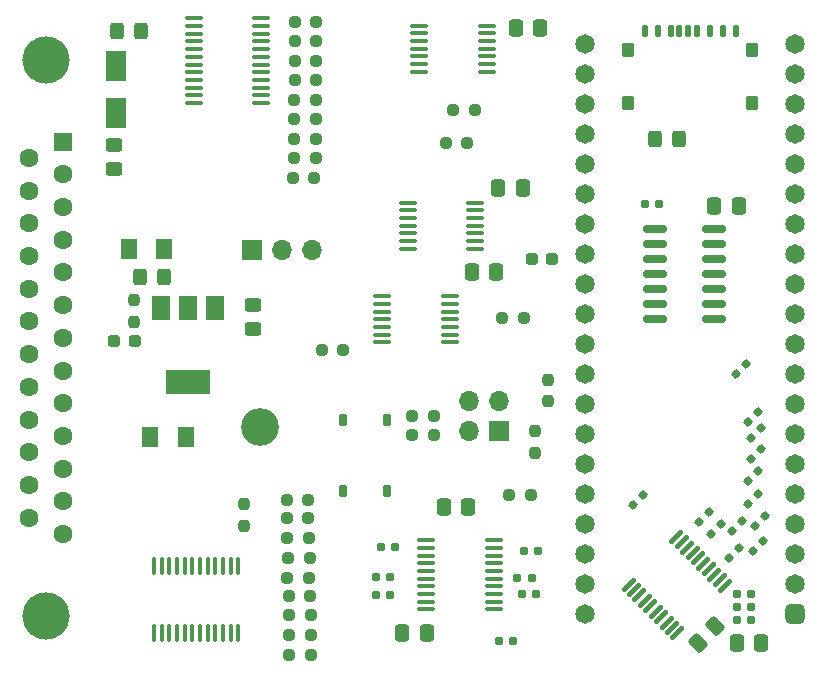
<source format=gbr>
%TF.GenerationSoftware,KiCad,Pcbnew,6.0.5-a6ca702e91~116~ubuntu21.10.1*%
%TF.CreationDate,2023-01-26T05:59:22-07:00*%
%TF.ProjectId,DB25_External,44423235-5f45-4787-9465-726e616c2e6b,rev?*%
%TF.SameCoordinates,Original*%
%TF.FileFunction,Soldermask,Top*%
%TF.FilePolarity,Negative*%
%FSLAX46Y46*%
G04 Gerber Fmt 4.6, Leading zero omitted, Abs format (unit mm)*
G04 Created by KiCad (PCBNEW 6.0.5-a6ca702e91~116~ubuntu21.10.1) date 2023-01-26 05:59:22*
%MOMM*%
%LPD*%
G01*
G04 APERTURE LIST*
G04 Aperture macros list*
%AMRoundRect*
0 Rectangle with rounded corners*
0 $1 Rounding radius*
0 $2 $3 $4 $5 $6 $7 $8 $9 X,Y pos of 4 corners*
0 Add a 4 corners polygon primitive as box body*
4,1,4,$2,$3,$4,$5,$6,$7,$8,$9,$2,$3,0*
0 Add four circle primitives for the rounded corners*
1,1,$1+$1,$2,$3*
1,1,$1+$1,$4,$5*
1,1,$1+$1,$6,$7*
1,1,$1+$1,$8,$9*
0 Add four rect primitives between the rounded corners*
20,1,$1+$1,$2,$3,$4,$5,0*
20,1,$1+$1,$4,$5,$6,$7,0*
20,1,$1+$1,$6,$7,$8,$9,0*
20,1,$1+$1,$8,$9,$2,$3,0*%
G04 Aperture macros list end*
%ADD10RoundRect,0.250001X0.462499X0.624999X-0.462499X0.624999X-0.462499X-0.624999X0.462499X-0.624999X0*%
%ADD11R,1.500000X2.000000*%
%ADD12R,3.800000X2.000000*%
%ADD13RoundRect,0.412500X0.412500X0.412500X-0.412500X0.412500X-0.412500X-0.412500X0.412500X-0.412500X0*%
%ADD14C,1.650000*%
%ADD15RoundRect,0.250000X0.325000X0.450000X-0.325000X0.450000X-0.325000X-0.450000X0.325000X-0.450000X0*%
%ADD16RoundRect,0.250000X0.450000X-0.325000X0.450000X0.325000X-0.450000X0.325000X-0.450000X-0.325000X0*%
%ADD17RoundRect,0.250000X-0.450000X0.325000X-0.450000X-0.325000X0.450000X-0.325000X0.450000X0.325000X0*%
%ADD18R,1.800000X2.500000*%
%ADD19R,1.700000X1.700000*%
%ADD20O,1.700000X1.700000*%
%ADD21RoundRect,0.160000X0.026517X0.252791X-0.252791X-0.026517X-0.026517X-0.252791X0.252791X0.026517X0*%
%ADD22RoundRect,0.100000X-0.100000X0.637500X-0.100000X-0.637500X0.100000X-0.637500X0.100000X0.637500X0*%
%ADD23RoundRect,0.160000X0.197500X0.160000X-0.197500X0.160000X-0.197500X-0.160000X0.197500X-0.160000X0*%
%ADD24RoundRect,0.237500X-0.250000X-0.237500X0.250000X-0.237500X0.250000X0.237500X-0.250000X0.237500X0*%
%ADD25RoundRect,0.237500X-0.287500X-0.237500X0.287500X-0.237500X0.287500X0.237500X-0.287500X0.237500X0*%
%ADD26RoundRect,0.250000X-0.337500X-0.475000X0.337500X-0.475000X0.337500X0.475000X-0.337500X0.475000X0*%
%ADD27RoundRect,0.237500X-0.237500X0.250000X-0.237500X-0.250000X0.237500X-0.250000X0.237500X0.250000X0*%
%ADD28RoundRect,0.100000X-0.637500X-0.100000X0.637500X-0.100000X0.637500X0.100000X-0.637500X0.100000X0*%
%ADD29RoundRect,0.250000X0.097227X-0.574524X0.574524X-0.097227X-0.097227X0.574524X-0.574524X0.097227X0*%
%ADD30RoundRect,0.100000X0.380070X0.521491X-0.521491X-0.380070X-0.380070X-0.521491X0.521491X0.380070X0*%
%ADD31RoundRect,0.160000X-0.197500X-0.160000X0.197500X-0.160000X0.197500X0.160000X-0.197500X0.160000X0*%
%ADD32RoundRect,0.250000X0.337500X0.475000X-0.337500X0.475000X-0.337500X-0.475000X0.337500X-0.475000X0*%
%ADD33RoundRect,0.150000X-0.825000X-0.150000X0.825000X-0.150000X0.825000X0.150000X-0.825000X0.150000X0*%
%ADD34RoundRect,0.237500X0.250000X0.237500X-0.250000X0.237500X-0.250000X-0.237500X0.250000X-0.237500X0*%
%ADD35RoundRect,0.237500X0.237500X-0.250000X0.237500X0.250000X-0.237500X0.250000X-0.237500X-0.250000X0*%
%ADD36C,3.200000*%
%ADD37RoundRect,0.125000X-0.125000X-0.415000X0.125000X-0.415000X0.125000X0.415000X-0.125000X0.415000X0*%
%ADD38RoundRect,0.262500X-0.262500X-0.337500X0.262500X-0.337500X0.262500X0.337500X-0.262500X0.337500X0*%
%ADD39RoundRect,0.187500X0.187500X-0.312500X0.187500X0.312500X-0.187500X0.312500X-0.187500X-0.312500X0*%
%ADD40C,4.000000*%
%ADD41R,1.600000X1.600000*%
%ADD42C,1.600000*%
%ADD43RoundRect,0.100000X0.637500X0.100000X-0.637500X0.100000X-0.637500X-0.100000X0.637500X-0.100000X0*%
G04 APERTURE END LIST*
D10*
%TO.C,C3*%
X116041500Y-93167200D03*
X113066500Y-93167200D03*
%TD*%
%TO.C,C4*%
X117870300Y-109118400D03*
X114895300Y-109118400D03*
%TD*%
D11*
%TO.C,U3*%
X120393220Y-98146920D03*
X118093220Y-98146920D03*
D12*
X118093220Y-104446920D03*
D11*
X115793220Y-98146920D03*
%TD*%
D13*
%TO.C,RP1*%
X169468800Y-124104400D03*
D14*
X169468800Y-121564400D03*
X169468800Y-119024400D03*
X169468800Y-116484400D03*
X169468800Y-113944400D03*
X169468800Y-111404400D03*
X169468800Y-108864400D03*
X169468800Y-106324400D03*
X169468800Y-103784400D03*
X169468800Y-101244400D03*
X169468800Y-98704400D03*
X169468800Y-96164400D03*
X169468800Y-93624400D03*
X169468800Y-91084400D03*
X169468800Y-88544400D03*
X169468800Y-86004400D03*
X169468800Y-83464400D03*
X169468800Y-80924400D03*
X169468800Y-78384400D03*
X169468800Y-75844400D03*
X151688800Y-75844400D03*
X151688800Y-78384400D03*
X151688800Y-80924400D03*
X151688800Y-83464400D03*
X151688800Y-86004400D03*
X151688800Y-88544400D03*
X151688800Y-91084400D03*
X151688800Y-93624400D03*
X151688800Y-96164400D03*
X151688800Y-98704400D03*
X151688800Y-101244400D03*
X151688800Y-103784400D03*
X151688800Y-106324400D03*
X151688800Y-108864400D03*
X151688800Y-111404400D03*
X151688800Y-113944400D03*
X151688800Y-116484400D03*
X151688800Y-119024400D03*
X151688800Y-121564400D03*
X151688800Y-124104400D03*
%TD*%
D15*
%TO.C,C2*%
X116078000Y-95554800D03*
X114028000Y-95554800D03*
%TD*%
D16*
%TO.C,C5*%
X123596400Y-99941600D03*
X123596400Y-97891600D03*
%TD*%
D17*
%TO.C,C6*%
X111810800Y-84378800D03*
X111810800Y-86428800D03*
%TD*%
D15*
%TO.C,C12*%
X159664400Y-83820000D03*
X157614400Y-83820000D03*
%TD*%
D18*
%TO.C,D1*%
X111963200Y-77635600D03*
X111963200Y-81635600D03*
%TD*%
D19*
%TO.C,J1*%
X123494800Y-93268800D03*
D20*
X126034800Y-93268800D03*
X128574800Y-93268800D03*
%TD*%
D21*
%TO.C,R42*%
X166725600Y-117906800D03*
X165880608Y-118751792D03*
%TD*%
D22*
%TO.C,U2*%
X122345400Y-119971900D03*
X121695400Y-119971900D03*
X121045400Y-119971900D03*
X120395400Y-119971900D03*
X119745400Y-119971900D03*
X119095400Y-119971900D03*
X118445400Y-119971900D03*
X117795400Y-119971900D03*
X117145400Y-119971900D03*
X116495400Y-119971900D03*
X115845400Y-119971900D03*
X115195400Y-119971900D03*
X115195400Y-125696900D03*
X115845400Y-125696900D03*
X116495400Y-125696900D03*
X117145400Y-125696900D03*
X117795400Y-125696900D03*
X118445400Y-125696900D03*
X119095400Y-125696900D03*
X119745400Y-125696900D03*
X120395400Y-125696900D03*
X121045400Y-125696900D03*
X121695400Y-125696900D03*
X122345400Y-125696900D03*
%TD*%
D23*
%TO.C,R54*%
X135178800Y-120954800D03*
X133983800Y-120954800D03*
%TD*%
D24*
%TO.C,R39*%
X126595500Y-122580400D03*
X128420500Y-122580400D03*
%TD*%
D21*
%TO.C,R16*%
X166624000Y-110083600D03*
X165779008Y-110928592D03*
%TD*%
D24*
%TO.C,R4*%
X127052700Y-83820000D03*
X128877700Y-83820000D03*
%TD*%
D23*
%TO.C,R50*%
X147511100Y-122377200D03*
X146316100Y-122377200D03*
%TD*%
D24*
%TO.C,R33*%
X126495800Y-117652800D03*
X128320800Y-117652800D03*
%TD*%
D25*
%TO.C,D2*%
X147167600Y-94030800D03*
X148917600Y-94030800D03*
%TD*%
D24*
%TO.C,R36*%
X126646300Y-127558800D03*
X128471300Y-127558800D03*
%TD*%
D26*
%TO.C,C7*%
X162640100Y-89509600D03*
X164715100Y-89509600D03*
%TD*%
D27*
%TO.C,R56*%
X113487200Y-97487100D03*
X113487200Y-99312100D03*
%TD*%
D28*
%TO.C,U1*%
X118549500Y-73641000D03*
X118549500Y-74291000D03*
X118549500Y-74941000D03*
X118549500Y-75591000D03*
X118549500Y-76241000D03*
X118549500Y-76891000D03*
X118549500Y-77541000D03*
X118549500Y-78191000D03*
X118549500Y-78841000D03*
X118549500Y-79491000D03*
X118549500Y-80141000D03*
X118549500Y-80791000D03*
X124274500Y-80791000D03*
X124274500Y-80141000D03*
X124274500Y-79491000D03*
X124274500Y-78841000D03*
X124274500Y-78191000D03*
X124274500Y-77541000D03*
X124274500Y-76891000D03*
X124274500Y-76241000D03*
X124274500Y-75591000D03*
X124274500Y-74941000D03*
X124274500Y-74291000D03*
X124274500Y-73641000D03*
%TD*%
D24*
%TO.C,R5*%
X127052700Y-82194400D03*
X128877700Y-82194400D03*
%TD*%
%TO.C,R35*%
X126445000Y-114401600D03*
X128270000Y-114401600D03*
%TD*%
%TO.C,R1*%
X126546600Y-119329200D03*
X128371600Y-119329200D03*
%TD*%
D29*
%TO.C,C8*%
X161216777Y-126514423D03*
X162684023Y-125047177D03*
%TD*%
D24*
%TO.C,R38*%
X126646300Y-124155200D03*
X128471300Y-124155200D03*
%TD*%
D21*
%TO.C,R17*%
X166351392Y-111931008D03*
X165506400Y-112776000D03*
%TD*%
D24*
%TO.C,R9*%
X127105400Y-78892400D03*
X128930400Y-78892400D03*
%TD*%
D21*
%TO.C,R13*%
X156581696Y-114029904D03*
X155736704Y-114874896D03*
%TD*%
D25*
%TO.C,D3*%
X111799400Y-100990400D03*
X113549400Y-100990400D03*
%TD*%
D24*
%TO.C,R40*%
X126493900Y-121056400D03*
X128318900Y-121056400D03*
%TD*%
D21*
%TO.C,R45*%
X162204400Y-115417600D03*
X161359408Y-116262592D03*
%TD*%
D30*
%TO.C,U4*%
X163553580Y-121659394D03*
X163093961Y-121199775D03*
X162634342Y-120740155D03*
X162174722Y-120280536D03*
X161715103Y-119820917D03*
X161255483Y-119361297D03*
X160795864Y-118901678D03*
X160336245Y-118442058D03*
X159876625Y-117982439D03*
X159417006Y-117522820D03*
X155368820Y-121571006D03*
X155828439Y-122030625D03*
X156288058Y-122490245D03*
X156747678Y-122949864D03*
X157207297Y-123409483D03*
X157666917Y-123869103D03*
X158126536Y-124328722D03*
X158586155Y-124788342D03*
X159045775Y-125247961D03*
X159505394Y-125707580D03*
%TD*%
D21*
%TO.C,R18*%
X166319200Y-113944400D03*
X165474208Y-114789392D03*
%TD*%
D31*
%TO.C,R47*%
X164541200Y-123494800D03*
X165736200Y-123494800D03*
%TD*%
D26*
%TO.C,C15*%
X139729300Y-115011200D03*
X141804300Y-115011200D03*
%TD*%
D32*
%TO.C,C14*%
X147900300Y-74472800D03*
X145825300Y-74472800D03*
%TD*%
D33*
%TO.C,U8*%
X157632400Y-91440000D03*
X157632400Y-92710000D03*
X157632400Y-93980000D03*
X157632400Y-95250000D03*
X157632400Y-96520000D03*
X157632400Y-97790000D03*
X157632400Y-99060000D03*
X162582400Y-99060000D03*
X162582400Y-97790000D03*
X162582400Y-96520000D03*
X162582400Y-95250000D03*
X162582400Y-93980000D03*
X162582400Y-92710000D03*
X162582400Y-91440000D03*
%TD*%
D23*
%TO.C,R53*%
X135178800Y-122428000D03*
X133983800Y-122428000D03*
%TD*%
D34*
%TO.C,R31*%
X138887200Y-108915200D03*
X137062200Y-108915200D03*
%TD*%
D24*
%TO.C,R3*%
X127054600Y-85445600D03*
X128879600Y-85445600D03*
%TD*%
D21*
%TO.C,R15*%
X166573200Y-108356400D03*
X165728208Y-109201392D03*
%TD*%
D34*
%TO.C,R32*%
X138887200Y-107340400D03*
X137062200Y-107340400D03*
%TD*%
D35*
%TO.C,R41*%
X122834400Y-116584100D03*
X122834400Y-114759100D03*
%TD*%
D24*
%TO.C,R7*%
X127103500Y-75590400D03*
X128928500Y-75590400D03*
%TD*%
D21*
%TO.C,R43*%
X164998400Y-116230400D03*
X164153408Y-117075392D03*
%TD*%
D23*
%TO.C,R49*%
X145580700Y-126390400D03*
X144385700Y-126390400D03*
%TD*%
D36*
%TO.C,REF\u002A\u002A*%
X124155200Y-108204000D03*
%TD*%
D24*
%TO.C,R8*%
X127105400Y-77266800D03*
X128930400Y-77266800D03*
%TD*%
D23*
%TO.C,R30*%
X157988000Y-89357200D03*
X156793000Y-89357200D03*
%TD*%
D24*
%TO.C,R2*%
X126953000Y-87122000D03*
X128778000Y-87122000D03*
%TD*%
D35*
%TO.C,R27*%
X148590000Y-106066600D03*
X148590000Y-104241600D03*
%TD*%
D37*
%TO.C,SD2*%
X156728800Y-74673200D03*
X157828800Y-74673200D03*
X158928800Y-74673200D03*
X159678800Y-74673200D03*
X160378800Y-74673200D03*
X161128800Y-74673200D03*
X162228800Y-74673200D03*
X163328800Y-74673200D03*
X164428800Y-74673200D03*
D38*
X165803800Y-76313200D03*
X155353800Y-76313200D03*
X165803800Y-80763200D03*
X155353800Y-80763200D03*
%TD*%
D23*
%TO.C,R55*%
X135585200Y-118364000D03*
X134390200Y-118364000D03*
%TD*%
D21*
%TO.C,R12*%
X165303200Y-102870000D03*
X164458208Y-103714992D03*
%TD*%
D23*
%TO.C,R51*%
X147155500Y-121056400D03*
X145960500Y-121056400D03*
%TD*%
D21*
%TO.C,R19*%
X166928800Y-115773200D03*
X166083808Y-116618192D03*
%TD*%
D26*
%TO.C,C10*%
X164519700Y-126542800D03*
X166594700Y-126542800D03*
%TD*%
D34*
%TO.C,R24*%
X131214500Y-101752400D03*
X129389500Y-101752400D03*
%TD*%
D32*
%TO.C,C9*%
X144162600Y-95148400D03*
X142087600Y-95148400D03*
%TD*%
D24*
%TO.C,R10*%
X127054600Y-80568800D03*
X128879600Y-80568800D03*
%TD*%
%TO.C,R34*%
X126443100Y-115976400D03*
X128268100Y-115976400D03*
%TD*%
D27*
%TO.C,R26*%
X147472400Y-108610400D03*
X147472400Y-110435400D03*
%TD*%
D28*
%TO.C,U7*%
X136685100Y-89236000D03*
X136685100Y-89886000D03*
X136685100Y-90536000D03*
X136685100Y-91186000D03*
X136685100Y-91836000D03*
X136685100Y-92486000D03*
X136685100Y-93136000D03*
X142410100Y-93136000D03*
X142410100Y-92486000D03*
X142410100Y-91836000D03*
X142410100Y-91186000D03*
X142410100Y-90536000D03*
X142410100Y-89886000D03*
X142410100Y-89236000D03*
%TD*%
D24*
%TO.C,R37*%
X126646300Y-125882400D03*
X128471300Y-125882400D03*
%TD*%
D39*
%TO.C,SW1*%
X131153300Y-107642400D03*
X131153300Y-113642400D03*
X134903300Y-107642400D03*
X134903300Y-113642400D03*
%TD*%
D15*
%TO.C,F2*%
X114105800Y-74676000D03*
X112055800Y-74676000D03*
%TD*%
D19*
%TO.C,J4*%
X144373600Y-108610400D03*
D20*
X141833600Y-108610400D03*
X144373600Y-106070400D03*
X141833600Y-106070400D03*
%TD*%
D24*
%TO.C,R23*%
X144678400Y-99009200D03*
X146503400Y-99009200D03*
%TD*%
D40*
%TO.C,J2*%
X106037131Y-77130600D03*
X106037131Y-124230600D03*
D41*
X107457131Y-84060600D03*
D42*
X107457131Y-86830600D03*
X107457131Y-89600600D03*
X107457131Y-92370600D03*
X107457131Y-95140600D03*
X107457131Y-97910600D03*
X107457131Y-100680600D03*
X107457131Y-103450600D03*
X107457131Y-106220600D03*
X107457131Y-108990600D03*
X107457131Y-111760600D03*
X107457131Y-114530600D03*
X107457131Y-117300600D03*
X104617131Y-85445600D03*
X104617131Y-88215600D03*
X104617131Y-90985600D03*
X104617131Y-93755600D03*
X104617131Y-96525600D03*
X104617131Y-99295600D03*
X104617131Y-102065600D03*
X104617131Y-104835600D03*
X104617131Y-107605600D03*
X104617131Y-110375600D03*
X104617131Y-113145600D03*
X104617131Y-115915600D03*
%TD*%
D24*
%TO.C,R25*%
X145291800Y-113995200D03*
X147116800Y-113995200D03*
%TD*%
D28*
%TO.C,U5*%
X134500700Y-97160800D03*
X134500700Y-97810800D03*
X134500700Y-98460800D03*
X134500700Y-99110800D03*
X134500700Y-99760800D03*
X134500700Y-100410800D03*
X134500700Y-101060800D03*
X140225700Y-101060800D03*
X140225700Y-100410800D03*
X140225700Y-99760800D03*
X140225700Y-99110800D03*
X140225700Y-98460800D03*
X140225700Y-97810800D03*
X140225700Y-97160800D03*
%TD*%
D21*
%TO.C,R14*%
X166319200Y-106934000D03*
X165474208Y-107778992D03*
%TD*%
D43*
%TO.C,U9*%
X143984900Y-123676600D03*
X143984900Y-123026600D03*
X143984900Y-122376600D03*
X143984900Y-121726600D03*
X143984900Y-121076600D03*
X143984900Y-120426600D03*
X143984900Y-119776600D03*
X143984900Y-119126600D03*
X143984900Y-118476600D03*
X143984900Y-117826600D03*
X138259900Y-117826600D03*
X138259900Y-118476600D03*
X138259900Y-119126600D03*
X138259900Y-119776600D03*
X138259900Y-120426600D03*
X138259900Y-121076600D03*
X138259900Y-121726600D03*
X138259900Y-122376600D03*
X138259900Y-123026600D03*
X138259900Y-123676600D03*
%TD*%
D23*
%TO.C,R52*%
X147714300Y-118719600D03*
X146519300Y-118719600D03*
%TD*%
D28*
%TO.C,U6*%
X137650300Y-74250000D03*
X137650300Y-74900000D03*
X137650300Y-75550000D03*
X137650300Y-76200000D03*
X137650300Y-76850000D03*
X137650300Y-77500000D03*
X137650300Y-78150000D03*
X143375300Y-78150000D03*
X143375300Y-77500000D03*
X143375300Y-76850000D03*
X143375300Y-76200000D03*
X143375300Y-75550000D03*
X143375300Y-74900000D03*
X143375300Y-74250000D03*
%TD*%
D24*
%TO.C,R6*%
X127103500Y-73914000D03*
X128928500Y-73914000D03*
%TD*%
D32*
%TO.C,C11*%
X138277600Y-125679200D03*
X136202600Y-125679200D03*
%TD*%
D21*
%TO.C,R11*%
X164744400Y-118465600D03*
X163899408Y-119310592D03*
%TD*%
D32*
%TO.C,C13*%
X146405600Y-87985600D03*
X144330600Y-87985600D03*
%TD*%
D24*
%TO.C,R29*%
X140514700Y-81381600D03*
X142339700Y-81381600D03*
%TD*%
D21*
%TO.C,R44*%
X163220400Y-116484400D03*
X162375408Y-117329392D03*
%TD*%
D31*
%TO.C,R46*%
X164553300Y-124561600D03*
X165748300Y-124561600D03*
%TD*%
D34*
%TO.C,R28*%
X141730100Y-84175600D03*
X139905100Y-84175600D03*
%TD*%
D31*
%TO.C,R48*%
X164514600Y-122377200D03*
X165709600Y-122377200D03*
%TD*%
M02*

</source>
